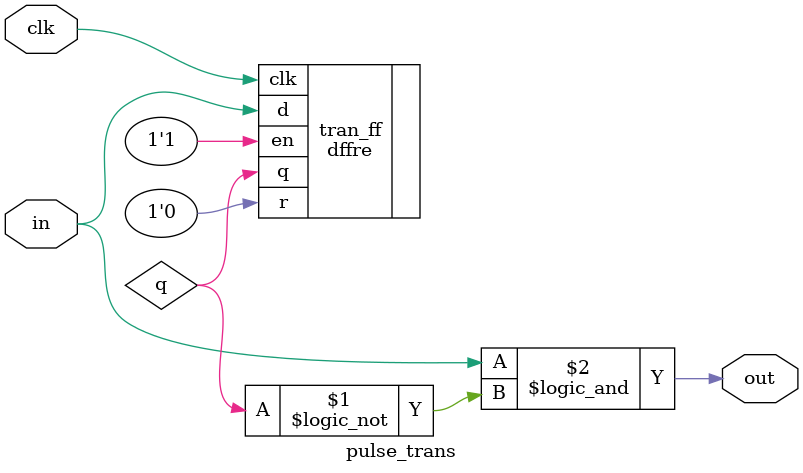
<source format=v>
module pulse_trans(in,clk,out);

	input in,clk;
	output out;
	
	wire q;
	
	dffre #(.n(1)) tran_ff(
		  .d(in),
		  .en(1'b1),
		  .r(1'b0),
		  .clk(clk),
		  .q(q));
		  
	assign out=in&&(!q);
	
endmodule
</source>
